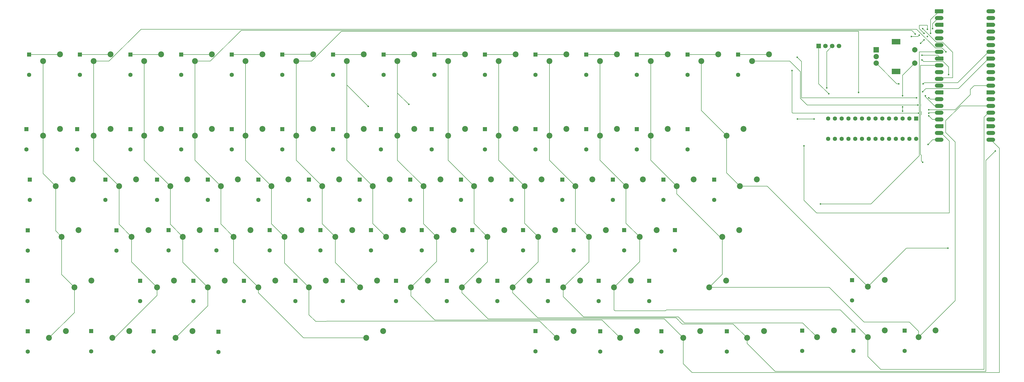
<source format=gbr>
%TF.GenerationSoftware,KiCad,Pcbnew,9.0.2*%
%TF.CreationDate,2025-06-29T16:27:35+05:30*%
%TF.ProjectId,Mechatron Schematic,4d656368-6174-4726-9f6e-20536368656d,rev?*%
%TF.SameCoordinates,Original*%
%TF.FileFunction,Copper,L1,Top*%
%TF.FilePolarity,Positive*%
%FSLAX46Y46*%
G04 Gerber Fmt 4.6, Leading zero omitted, Abs format (unit mm)*
G04 Created by KiCad (PCBNEW 9.0.2) date 2025-06-29 16:27:35*
%MOMM*%
%LPD*%
G01*
G04 APERTURE LIST*
G04 Aperture macros list*
%AMRoundRect*
0 Rectangle with rounded corners*
0 $1 Rounding radius*
0 $2 $3 $4 $5 $6 $7 $8 $9 X,Y pos of 4 corners*
0 Add a 4 corners polygon primitive as box body*
4,1,4,$2,$3,$4,$5,$6,$7,$8,$9,$2,$3,0*
0 Add four circle primitives for the rounded corners*
1,1,$1+$1,$2,$3*
1,1,$1+$1,$4,$5*
1,1,$1+$1,$6,$7*
1,1,$1+$1,$8,$9*
0 Add four rect primitives between the rounded corners*
20,1,$1+$1,$2,$3,$4,$5,0*
20,1,$1+$1,$4,$5,$6,$7,0*
20,1,$1+$1,$6,$7,$8,$9,0*
20,1,$1+$1,$8,$9,$2,$3,0*%
%AMFreePoly0*
4,1,37,0.800000,0.796148,0.878414,0.796148,1.032228,0.765552,1.177117,0.705537,1.307515,0.618408,1.418408,0.507515,1.505537,0.377117,1.565552,0.232228,1.596148,0.078414,1.596148,-0.078414,1.565552,-0.232228,1.505537,-0.377117,1.418408,-0.507515,1.307515,-0.618408,1.177117,-0.705537,1.032228,-0.765552,0.878414,-0.796148,0.800000,-0.796148,0.800000,-0.800000,-1.400000,-0.800000,
-1.403843,-0.796157,-1.439018,-0.796157,-1.511114,-0.766294,-1.566294,-0.711114,-1.596157,-0.639018,-1.596157,-0.603843,-1.600000,-0.600000,-1.600000,0.600000,-1.596157,0.603843,-1.596157,0.639018,-1.566294,0.711114,-1.511114,0.766294,-1.439018,0.796157,-1.403843,0.796157,-1.400000,0.800000,0.800000,0.800000,0.800000,0.796148,0.800000,0.796148,$1*%
%AMFreePoly1*
4,1,37,1.403843,0.796157,1.439018,0.796157,1.511114,0.766294,1.566294,0.711114,1.596157,0.639018,1.596157,0.603843,1.600000,0.600000,1.600000,-0.600000,1.596157,-0.603843,1.596157,-0.639018,1.566294,-0.711114,1.511114,-0.766294,1.439018,-0.796157,1.403843,-0.796157,1.400000,-0.800000,-0.800000,-0.800000,-0.800000,-0.796148,-0.878414,-0.796148,-1.032228,-0.765552,-1.177117,-0.705537,
-1.307515,-0.618408,-1.418408,-0.507515,-1.505537,-0.377117,-1.565552,-0.232228,-1.596148,-0.078414,-1.596148,0.078414,-1.565552,0.232228,-1.505537,0.377117,-1.418408,0.507515,-1.307515,0.618408,-1.177117,0.705537,-1.032228,0.765552,-0.878414,0.796148,-0.800000,0.796148,-0.800000,0.800000,1.400000,0.800000,1.403843,0.796157,1.403843,0.796157,$1*%
%AMFreePoly2*
4,1,37,0.603843,0.796157,0.639018,0.796157,0.711114,0.766294,0.766294,0.711114,0.796157,0.639018,0.796157,0.603843,0.800000,0.600000,0.800000,-0.600000,0.796157,-0.603843,0.796157,-0.639018,0.766294,-0.711114,0.711114,-0.766294,0.639018,-0.796157,0.603843,-0.796157,0.600000,-0.800000,0.000000,-0.800000,0.000000,-0.796148,-0.078414,-0.796148,-0.232228,-0.765552,-0.377117,-0.705537,
-0.507515,-0.618408,-0.618408,-0.507515,-0.705537,-0.377117,-0.765552,-0.232228,-0.796148,-0.078414,-0.796148,0.078414,-0.765552,0.232228,-0.705537,0.377117,-0.618408,0.507515,-0.507515,0.618408,-0.377117,0.705537,-0.232228,0.765552,-0.078414,0.796148,0.000000,0.796148,0.000000,0.800000,0.600000,0.800000,0.603843,0.796157,0.603843,0.796157,$1*%
%AMFreePoly3*
4,1,37,0.000000,0.796148,0.078414,0.796148,0.232228,0.765552,0.377117,0.705537,0.507515,0.618408,0.618408,0.507515,0.705537,0.377117,0.765552,0.232228,0.796148,0.078414,0.796148,-0.078414,0.765552,-0.232228,0.705537,-0.377117,0.618408,-0.507515,0.507515,-0.618408,0.377117,-0.705537,0.232228,-0.765552,0.078414,-0.796148,0.000000,-0.796148,0.000000,-0.800000,-0.600000,-0.800000,
-0.603843,-0.796157,-0.639018,-0.796157,-0.711114,-0.766294,-0.766294,-0.711114,-0.796157,-0.639018,-0.796157,-0.603843,-0.800000,-0.600000,-0.800000,0.600000,-0.796157,0.603843,-0.796157,0.639018,-0.766294,0.711114,-0.711114,0.766294,-0.639018,0.796157,-0.603843,0.796157,-0.600000,0.800000,0.000000,0.800000,0.000000,0.796148,0.000000,0.796148,$1*%
G04 Aperture macros list end*
%TA.AperFunction,ComponentPad*%
%ADD10C,2.200000*%
%TD*%
%TA.AperFunction,SMDPad,CuDef*%
%ADD11FreePoly0,0.000000*%
%TD*%
%TA.AperFunction,ComponentPad*%
%ADD12RoundRect,0.200000X-0.600000X-0.600000X0.600000X-0.600000X0.600000X0.600000X-0.600000X0.600000X0*%
%TD*%
%TA.AperFunction,SMDPad,CuDef*%
%ADD13RoundRect,0.800000X-0.800000X-0.000010X0.800000X-0.000010X0.800000X0.000010X-0.800000X0.000010X0*%
%TD*%
%TA.AperFunction,ComponentPad*%
%ADD14C,1.600000*%
%TD*%
%TA.AperFunction,SMDPad,CuDef*%
%ADD15FreePoly1,0.000000*%
%TD*%
%TA.AperFunction,ComponentPad*%
%ADD16FreePoly2,0.000000*%
%TD*%
%TA.AperFunction,ComponentPad*%
%ADD17FreePoly3,0.000000*%
%TD*%
%TA.AperFunction,ComponentPad*%
%ADD18RoundRect,0.250000X-0.550000X0.550000X-0.550000X-0.550000X0.550000X-0.550000X0.550000X0.550000X0*%
%TD*%
%TA.AperFunction,ComponentPad*%
%ADD19R,2.000000X2.000000*%
%TD*%
%TA.AperFunction,ComponentPad*%
%ADD20C,2.000000*%
%TD*%
%TA.AperFunction,ComponentPad*%
%ADD21R,3.200000X2.000000*%
%TD*%
%TA.AperFunction,ComponentPad*%
%ADD22R,1.700000X1.700000*%
%TD*%
%TA.AperFunction,ComponentPad*%
%ADD23C,1.700000*%
%TD*%
%TA.AperFunction,ViaPad*%
%ADD24C,0.600000*%
%TD*%
%TA.AperFunction,Conductor*%
%ADD25C,0.200000*%
%TD*%
G04 APERTURE END LIST*
D10*
%TO.P,SW34,1,1*%
%TO.N,Net-(D34-K)*%
X208290000Y-211920000D03*
%TO.P,SW34,2,2*%
%TO.N,COL4*%
X201940000Y-214460000D03*
%TD*%
%TO.P,SW47,1,1*%
%TO.N,Net-(D47-K)*%
X194060000Y-230920000D03*
%TO.P,SW47,2,2*%
%TO.N,COL3*%
X187710000Y-233460000D03*
%TD*%
%TO.P,SW6,1,1*%
%TO.N,Net-(D6-K)*%
X217540000Y-164920000D03*
%TO.P,SW6,2,2*%
%TO.N,COL5*%
X211190000Y-167460000D03*
%TD*%
%TO.P,SW57,1,1*%
%TO.N,Net-(D57-K)*%
X134340000Y-249920000D03*
%TO.P,SW57,2,2*%
%TO.N,COL0*%
X127990000Y-252460000D03*
%TD*%
%TO.P,SW80,1,1*%
%TO.N,Net-(D80-K)*%
X451040000Y-268670000D03*
%TO.P,SW80,2,2*%
%TO.N,COL12*%
X444690000Y-271210000D03*
%TD*%
%TO.P,SW21,1,1*%
%TO.N,Net-(D21-K)*%
X217540000Y-192920000D03*
%TO.P,SW21,2,2*%
%TO.N,COL5*%
X211190000Y-195460000D03*
%TD*%
%TO.P,SW56,1,1*%
%TO.N,Net-(D56-K)*%
X377440000Y-230962500D03*
%TO.P,SW56,2,2*%
%TO.N,COL12*%
X371090000Y-233502500D03*
%TD*%
%TO.P,SW10,1,1*%
%TO.N,Net-(D10-K)*%
X293540000Y-164920000D03*
%TO.P,SW10,2,2*%
%TO.N,COL9*%
X287190000Y-167460000D03*
%TD*%
%TO.P,SW18,1,1*%
%TO.N,Net-(D18-K)*%
X160540000Y-192920000D03*
%TO.P,SW18,2,2*%
%TO.N,COL2*%
X154190000Y-195460000D03*
%TD*%
%TO.P,SW63,1,1*%
%TO.N,Net-(D63-K)*%
X260540000Y-249927500D03*
%TO.P,SW63,2,2*%
%TO.N,COL7*%
X254190000Y-252467500D03*
%TD*%
%TO.P,SW58,1,1*%
%TO.N,Net-(D58-K)*%
X165340000Y-249920000D03*
%TO.P,SW58,2,2*%
%TO.N,COL1*%
X158990000Y-252460000D03*
%TD*%
%TO.P,SW44,1,1*%
%TO.N,Net-(D44-K)*%
X129540000Y-230920000D03*
%TO.P,SW44,2,2*%
%TO.N,COL0*%
X123190000Y-233460000D03*
%TD*%
%TO.P,SW4,1,1*%
%TO.N,Net-(D4-K)*%
X179540000Y-164920000D03*
%TO.P,SW4,2,2*%
%TO.N,COL3*%
X173190000Y-167460000D03*
%TD*%
%TO.P,SW78,1,1*%
%TO.N,Net-(D78-K)*%
X412960000Y-268670000D03*
%TO.P,SW78,2,2*%
%TO.N,COL10*%
X406610000Y-271210000D03*
%TD*%
%TO.P,SW52,1,1*%
%TO.N,Net-(D52-K)*%
X289300000Y-230920000D03*
%TO.P,SW52,2,2*%
%TO.N,COL8*%
X282950000Y-233460000D03*
%TD*%
%TO.P,SW42,1,1*%
%TO.N,Net-(D42-K)*%
X360290000Y-211920000D03*
%TO.P,SW42,2,2*%
%TO.N,COL12*%
X353940000Y-214460000D03*
%TD*%
%TO.P,SW5,1,1*%
%TO.N,Net-(D5-K)*%
X198540000Y-164920000D03*
%TO.P,SW5,2,2*%
%TO.N,COL4*%
X192190000Y-167460000D03*
%TD*%
%TO.P,SW38,1,1*%
%TO.N,Net-(D38-K)*%
X284290000Y-211920000D03*
%TO.P,SW38,2,2*%
%TO.N,COL8*%
X277940000Y-214460000D03*
%TD*%
%TO.P,SW73,1,1*%
%TO.N,Net-(D73-K)*%
X243790000Y-268920000D03*
%TO.P,SW73,2,2*%
%TO.N,COL3*%
X237440000Y-271460000D03*
%TD*%
%TO.P,SW66,1,1*%
%TO.N,Net-(D66-K)*%
X317740000Y-249927500D03*
%TO.P,SW66,2,2*%
%TO.N,COL10*%
X311390000Y-252467500D03*
%TD*%
%TO.P,SW25,1,1*%
%TO.N,Net-(D25-K)*%
X293540000Y-192920000D03*
%TO.P,SW25,2,2*%
%TO.N,COL9*%
X287190000Y-195460000D03*
%TD*%
%TO.P,SW8,1,1*%
%TO.N,Net-(D8-K)*%
X255540000Y-164920000D03*
%TO.P,SW8,2,2*%
%TO.N,COL7*%
X249190000Y-167460000D03*
%TD*%
%TO.P,SW26,1,1*%
%TO.N,Net-(D26-K)*%
X312540000Y-192920000D03*
%TO.P,SW26,2,2*%
%TO.N,COL10*%
X306190000Y-195460000D03*
%TD*%
%TO.P,SW46,1,1*%
%TO.N,Net-(D46-K)*%
X174960000Y-230920000D03*
%TO.P,SW46,2,2*%
%TO.N,COL2*%
X168610000Y-233460000D03*
%TD*%
%TO.P,SW53,1,1*%
%TO.N,Net-(D53-K)*%
X308350000Y-230970000D03*
%TO.P,SW53,2,2*%
%TO.N,COL9*%
X302000000Y-233510000D03*
%TD*%
%TO.P,SW16,1,1*%
%TO.N,Net-(D16-K)*%
X122540000Y-192920000D03*
%TO.P,SW16,2,2*%
%TO.N,COL0*%
X116190000Y-195460000D03*
%TD*%
D11*
%TO.P,A1,1,GPIO0*%
%TO.N,Net-(A1-GPIO0)*%
X452420000Y-148740000D03*
D12*
X453220000Y-148740000D03*
D13*
%TO.P,A1,2,GPIO1*%
%TO.N,Net-(A1-GPIO1)*%
X452420000Y-151280000D03*
D14*
X453220000Y-151280000D03*
D15*
%TO.P,A1,3,GND*%
%TO.N,/GND*%
X452420000Y-153820000D03*
D16*
X453220000Y-153820000D03*
D13*
%TO.P,A1,4,GPIO2*%
%TO.N,ROW0*%
X452420000Y-156360000D03*
D14*
X453220000Y-156360000D03*
D13*
%TO.P,A1,5,GPIO3*%
%TO.N,ROW1*%
X452420000Y-158900000D03*
D14*
X453220000Y-158900000D03*
D13*
%TO.P,A1,6,GPIO4*%
%TO.N,ROW2*%
X452420000Y-161440000D03*
D14*
X453220000Y-161440000D03*
D13*
%TO.P,A1,7,GPIO5*%
%TO.N,ROW3*%
X452420000Y-163980000D03*
D14*
X453220000Y-163980000D03*
D15*
%TO.P,A1,8,GND*%
%TO.N,/GND*%
X452420000Y-166520000D03*
D16*
X453220000Y-166520000D03*
D13*
%TO.P,A1,9,GPIO6*%
%TO.N,ROW4*%
X452420000Y-169060000D03*
D14*
X453220000Y-169060000D03*
D13*
%TO.P,A1,10,GPIO7*%
%TO.N,ROW5*%
X452420000Y-171600000D03*
D14*
X453220000Y-171600000D03*
D13*
%TO.P,A1,11,GPIO8*%
%TO.N,COL0*%
X452420000Y-174140000D03*
D14*
X453220000Y-174140000D03*
D13*
%TO.P,A1,12,GPIO9*%
%TO.N,COL1*%
X452420000Y-176680000D03*
D14*
X453220000Y-176680000D03*
D15*
%TO.P,A1,13,GND*%
%TO.N,/GND*%
X452420000Y-179220000D03*
D16*
X453220000Y-179220000D03*
D13*
%TO.P,A1,14,GPIO10*%
%TO.N,COL2*%
X452420000Y-181760000D03*
D14*
X453220000Y-181760000D03*
D13*
%TO.P,A1,15,GPIO11*%
%TO.N,COL3*%
X452420000Y-184300000D03*
D14*
X453220000Y-184300000D03*
D13*
%TO.P,A1,16,GPIO12*%
%TO.N,COL4*%
X452420000Y-186840000D03*
D14*
X453220000Y-186840000D03*
D13*
%TO.P,A1,17,GPIO13*%
%TO.N,COL5*%
X452420000Y-189380000D03*
D14*
X453220000Y-189380000D03*
D15*
%TO.P,A1,18,GND*%
%TO.N,/GND*%
X452420000Y-191920000D03*
D16*
X453220000Y-191920000D03*
D13*
%TO.P,A1,19,GPIO14*%
%TO.N,COL6*%
X452420000Y-194460000D03*
D14*
X453220000Y-194460000D03*
D13*
%TO.P,A1,20,GPIO15*%
%TO.N,COL7*%
X452420000Y-197000000D03*
D14*
X453220000Y-197000000D03*
%TO.P,A1,21,GPIO16*%
%TO.N,COL8*%
X471000000Y-197000000D03*
D13*
X471800000Y-197000000D03*
D14*
%TO.P,A1,22,GPIO17*%
%TO.N,COL9*%
X471000000Y-194460000D03*
D13*
X471800000Y-194460000D03*
D17*
%TO.P,A1,23,GND*%
%TO.N,/GND*%
X471000000Y-191920000D03*
D11*
X471800000Y-191920000D03*
D14*
%TO.P,A1,24,GPIO18*%
%TO.N,COL10*%
X471000000Y-189380000D03*
D13*
X471800000Y-189380000D03*
D14*
%TO.P,A1,25,GPIO19*%
%TO.N,COL11*%
X471000000Y-186840000D03*
D13*
X471800000Y-186840000D03*
D14*
%TO.P,A1,26,GPIO20*%
%TO.N,COL12*%
X471000000Y-184300000D03*
D13*
X471800000Y-184300000D03*
D14*
%TO.P,A1,27,GPIO21*%
%TO.N,COL13*%
X471000000Y-181760000D03*
D13*
X471800000Y-181760000D03*
D17*
%TO.P,A1,28,GND*%
%TO.N,/GND*%
X471000000Y-179220000D03*
D11*
X471800000Y-179220000D03*
D14*
%TO.P,A1,29,GPIO22*%
%TO.N,COL14*%
X471000000Y-176680000D03*
D13*
X471800000Y-176680000D03*
D14*
%TO.P,A1,30,RUN*%
%TO.N,unconnected-(A1-RUN-Pad30)*%
X471000000Y-174140000D03*
D13*
X471800000Y-174140000D03*
D14*
%TO.P,A1,31,GPIO26_ADC0*%
%TO.N,unconnected-(A1-GPIO26_ADC0-Pad31)*%
X471000000Y-171600000D03*
D13*
X471800000Y-171600000D03*
D14*
%TO.P,A1,32,GPIO27_ADC1*%
%TO.N,ENC_A*%
X471000000Y-169060000D03*
D13*
X471800000Y-169060000D03*
D17*
%TO.P,A1,33,AGND*%
%TO.N,Net-(A1-AGND)*%
X471000000Y-166520000D03*
D11*
X471800000Y-166520000D03*
D14*
%TO.P,A1,34,GPIO28_ADC2*%
%TO.N,ENC_B*%
X471000000Y-163980000D03*
D13*
X471800000Y-163980000D03*
D14*
%TO.P,A1,35,ADC_VREF*%
%TO.N,Net-(A1-ADC_VREF)*%
X471000000Y-161440000D03*
D13*
X471800000Y-161440000D03*
D14*
%TO.P,A1,36,3V3*%
%TO.N,unconnected-(A1-3V3-Pad36)*%
X471000000Y-158900000D03*
D13*
X471800000Y-158900000D03*
D14*
%TO.P,A1,37,3V3_EN*%
%TO.N,/GND*%
X471000000Y-156360000D03*
D13*
X471800000Y-156360000D03*
D17*
%TO.P,A1,38,GND*%
X471000000Y-153820000D03*
D11*
X471800000Y-153820000D03*
D14*
%TO.P,A1,39,VSYS*%
X471000000Y-151280000D03*
D13*
X471800000Y-151280000D03*
D14*
%TO.P,A1,40,VBUS*%
X471000000Y-148740000D03*
D13*
X471800000Y-148740000D03*
%TD*%
D10*
%TO.P,SW51,1,1*%
%TO.N,Net-(D51-K)*%
X270260000Y-230970000D03*
%TO.P,SW51,2,2*%
%TO.N,COL7*%
X263910000Y-233510000D03*
%TD*%
%TO.P,SW31,1,1*%
%TO.N,Net-(D31-K)*%
X151120000Y-211920000D03*
%TO.P,SW31,2,2*%
%TO.N,COL1*%
X144770000Y-214460000D03*
%TD*%
%TO.P,SW33,1,1*%
%TO.N,Net-(D33-K)*%
X189290000Y-211920000D03*
%TO.P,SW33,2,2*%
%TO.N,COL3*%
X182940000Y-214460000D03*
%TD*%
%TO.P,SW2,1,1*%
%TO.N,Net-(D2-K)*%
X141540000Y-164920000D03*
%TO.P,SW2,2,2*%
%TO.N,COL1*%
X135190000Y-167460000D03*
%TD*%
%TO.P,SW9,1,1*%
%TO.N,Net-(D9-K)*%
X274540000Y-164920000D03*
%TO.P,SW9,2,2*%
%TO.N,COL8*%
X268190000Y-167460000D03*
%TD*%
%TO.P,SW79,1,1*%
%TO.N,Net-(D79-K)*%
X432040000Y-268670000D03*
%TO.P,SW79,2,2*%
%TO.N,COL11*%
X425690000Y-271210000D03*
%TD*%
%TO.P,SW45,1,1*%
%TO.N,Net-(D45-K)*%
X155790000Y-230920000D03*
%TO.P,SW45,2,2*%
%TO.N,COL1*%
X149440000Y-233460000D03*
%TD*%
%TO.P,SW48,1,1*%
%TO.N,Net-(D48-K)*%
X213160000Y-230920000D03*
%TO.P,SW48,2,2*%
%TO.N,COL4*%
X206810000Y-233460000D03*
%TD*%
%TO.P,SW54,1,1*%
%TO.N,Net-(D54-K)*%
X327360000Y-230970000D03*
%TO.P,SW54,2,2*%
%TO.N,COL10*%
X321010000Y-233510000D03*
%TD*%
%TO.P,SW41,1,1*%
%TO.N,Net-(D41-K)*%
X341290000Y-211920000D03*
%TO.P,SW41,2,2*%
%TO.N,COL11*%
X334940000Y-214460000D03*
%TD*%
%TO.P,SW76,1,1*%
%TO.N,Net-(D76-K)*%
X362790000Y-268920000D03*
%TO.P,SW76,2,2*%
%TO.N,COL8*%
X356440000Y-271460000D03*
%TD*%
%TO.P,SW49,1,1*%
%TO.N,Net-(D49-K)*%
X232210000Y-230970000D03*
%TO.P,SW49,2,2*%
%TO.N,COL5*%
X225860000Y-233510000D03*
%TD*%
%TO.P,SW67,1,1*%
%TO.N,Net-(D67-K)*%
X336740000Y-249927500D03*
%TO.P,SW67,2,2*%
%TO.N,COL11*%
X330390000Y-252467500D03*
%TD*%
%TO.P,SW55,1,1*%
%TO.N,Net-(D55-K)*%
X346430000Y-230970000D03*
%TO.P,SW55,2,2*%
%TO.N,COL11*%
X340080000Y-233510000D03*
%TD*%
%TO.P,SW74,1,1*%
%TO.N,Net-(D74-K)*%
X315290000Y-268920000D03*
%TO.P,SW74,2,2*%
%TO.N,COL4*%
X308940000Y-271460000D03*
%TD*%
%TO.P,SW70,1,1*%
%TO.N,Net-(D70-K)*%
X124790000Y-268920000D03*
%TO.P,SW70,2,2*%
%TO.N,COL0*%
X118440000Y-271460000D03*
%TD*%
%TO.P,SW60,1,1*%
%TO.N,Net-(D60-K)*%
X203340000Y-249920000D03*
%TO.P,SW60,2,2*%
%TO.N,COL3*%
X196990000Y-252460000D03*
%TD*%
%TO.P,SW75,1,1*%
%TO.N,Net-(D75-K)*%
X339040000Y-268920000D03*
%TO.P,SW75,2,2*%
%TO.N,COL7*%
X332690000Y-271460000D03*
%TD*%
%TO.P,SW23,1,1*%
%TO.N,Net-(D23-K)*%
X255540000Y-192920000D03*
%TO.P,SW23,2,2*%
%TO.N,COL7*%
X249190000Y-195460000D03*
%TD*%
D18*
%TO.P,U1,1,GPB0*%
%TO.N,unconnected-(U1-GPB0-Pad1)*%
X443780000Y-189050000D03*
D14*
%TO.P,U1,2,GPB1*%
%TO.N,unconnected-(U1-GPB1-Pad2)*%
X441240000Y-189050000D03*
%TO.P,U1,3,GPB2*%
%TO.N,ENC_SW*%
X438700000Y-189050000D03*
%TO.P,U1,4,GPB3*%
%TO.N,unconnected-(U1-GPB3-Pad4)*%
X436160000Y-189050000D03*
%TO.P,U1,5,GPB4*%
%TO.N,unconnected-(U1-GPB4-Pad5)*%
X433620000Y-189050000D03*
%TO.P,U1,6,GPB5*%
%TO.N,unconnected-(U1-GPB5-Pad6)*%
X431080000Y-189050000D03*
%TO.P,U1,7,GPB6*%
%TO.N,unconnected-(U1-GPB6-Pad7)*%
X428540000Y-189050000D03*
%TO.P,U1,8,GPB7*%
%TO.N,unconnected-(U1-GPB7-Pad8)*%
X426000000Y-189050000D03*
%TO.P,U1,9,VDD*%
%TO.N,/GND*%
X423460000Y-189050000D03*
%TO.P,U1,10,VSS*%
X420920000Y-189050000D03*
%TO.P,U1,11,NC*%
%TO.N,unconnected-(U1-NC-Pad11)*%
X418380000Y-189050000D03*
%TO.P,U1,12,SCK*%
%TO.N,Net-(A1-GPIO1)*%
X415840000Y-189050000D03*
%TO.P,U1,13,SDA*%
%TO.N,Net-(A1-GPIO0)*%
X413300000Y-189050000D03*
%TO.P,U1,14,NC*%
%TO.N,unconnected-(U1-NC-Pad14)*%
X410760000Y-189050000D03*
%TO.P,U1,15,A0*%
%TO.N,/GND*%
X410760000Y-196670000D03*
%TO.P,U1,16,A1*%
X413300000Y-196670000D03*
%TO.P,U1,17,A2*%
X415840000Y-196670000D03*
%TO.P,U1,18,~{RESET}*%
%TO.N,unconnected-(U1-~{RESET}-Pad18)*%
X418380000Y-196670000D03*
%TO.P,U1,19,INTB*%
%TO.N,unconnected-(U1-INTB-Pad19)*%
X420920000Y-196670000D03*
%TO.P,U1,20,INTA*%
%TO.N,unconnected-(U1-INTA-Pad20)*%
X423460000Y-196670000D03*
%TO.P,U1,21,GPA0*%
%TO.N,unconnected-(U1-GPA0-Pad21)*%
X426000000Y-196670000D03*
%TO.P,U1,22,GPA1*%
%TO.N,unconnected-(U1-GPA1-Pad22)*%
X428540000Y-196670000D03*
%TO.P,U1,23,GPA2*%
%TO.N,unconnected-(U1-GPA2-Pad23)*%
X431080000Y-196670000D03*
%TO.P,U1,24,GPA3*%
%TO.N,unconnected-(U1-GPA3-Pad24)*%
X433620000Y-196670000D03*
%TO.P,U1,25,GPA4*%
%TO.N,unconnected-(U1-GPA4-Pad25)*%
X436160000Y-196670000D03*
%TO.P,U1,26,GPA5*%
%TO.N,unconnected-(U1-GPA5-Pad26)*%
X438700000Y-196670000D03*
%TO.P,U1,27,GPA6*%
%TO.N,unconnected-(U1-GPA6-Pad27)*%
X441240000Y-196670000D03*
%TO.P,U1,28,GPA7*%
%TO.N,unconnected-(U1-GPA7-Pad28)*%
X443780000Y-196670000D03*
%TD*%
D10*
%TO.P,SW68,1,1*%
%TO.N,Net-(D68-K)*%
X372540000Y-249920000D03*
%TO.P,SW68,2,2*%
%TO.N,COL12*%
X366190000Y-252460000D03*
%TD*%
%TO.P,SW50,1,1*%
%TO.N,Net-(D50-K)*%
X251260000Y-230920000D03*
%TO.P,SW50,2,2*%
%TO.N,COL6*%
X244910000Y-233460000D03*
%TD*%
%TO.P,SW72,1,1*%
%TO.N,Net-(D72-K)*%
X172290000Y-268920000D03*
%TO.P,SW72,2,2*%
%TO.N,COL2*%
X165940000Y-271460000D03*
%TD*%
%TO.P,SW65,1,1*%
%TO.N,Net-(D65-K)*%
X298740000Y-249920000D03*
%TO.P,SW65,2,2*%
%TO.N,COL9*%
X292390000Y-252460000D03*
%TD*%
%TO.P,SW37,1,1*%
%TO.N,Net-(D37-K)*%
X265290000Y-211920000D03*
%TO.P,SW37,2,2*%
%TO.N,COL7*%
X258940000Y-214460000D03*
%TD*%
%TO.P,SW30,1,1*%
%TO.N,Net-(D30-K)*%
X127290000Y-211920000D03*
%TO.P,SW30,2,2*%
%TO.N,COL0*%
X120940000Y-214460000D03*
%TD*%
%TO.P,SW27,1,1*%
%TO.N,Net-(D27-K)*%
X331540000Y-192920000D03*
%TO.P,SW27,2,2*%
%TO.N,COL11*%
X325190000Y-195460000D03*
%TD*%
%TO.P,SW62,1,1*%
%TO.N,Net-(D62-K)*%
X241540000Y-249920000D03*
%TO.P,SW62,2,2*%
%TO.N,COL5*%
X235190000Y-252460000D03*
%TD*%
%TO.P,SW32,1,1*%
%TO.N,Net-(D32-K)*%
X170290000Y-211920000D03*
%TO.P,SW32,2,2*%
%TO.N,COL2*%
X163940000Y-214460000D03*
%TD*%
%TO.P,SW61,1,1*%
%TO.N,Net-(D61-K)*%
X222340000Y-249920000D03*
%TO.P,SW61,2,2*%
%TO.N,COL4*%
X215990000Y-252460000D03*
%TD*%
%TO.P,SW43,1,1*%
%TO.N,Net-(D43-K)*%
X384040000Y-211920000D03*
%TO.P,SW43,2,2*%
%TO.N,COL13*%
X377690000Y-214460000D03*
%TD*%
%TO.P,SW17,1,1*%
%TO.N,Net-(D17-K)*%
X141540000Y-192920000D03*
%TO.P,SW17,2,2*%
%TO.N,COL1*%
X135190000Y-195460000D03*
%TD*%
D19*
%TO.P,SW91,A,A*%
%TO.N,ENC_A*%
X428800000Y-163250000D03*
D20*
%TO.P,SW91,B,B*%
%TO.N,ENC_B*%
X428800000Y-168250000D03*
%TO.P,SW91,C,C*%
%TO.N,Net-(A1-AGND)*%
X428800000Y-165750000D03*
D21*
%TO.P,SW91,MP*%
%TO.N,N/C*%
X436300000Y-160150000D03*
X436300000Y-171350000D03*
D20*
%TO.P,SW91,S1,S1*%
%TO.N,ENC_SW*%
X443300000Y-168250000D03*
%TO.P,SW91,S2,S2*%
%TO.N,/GND*%
X443300000Y-163250000D03*
%TD*%
D10*
%TO.P,SW64,1,1*%
%TO.N,Net-(D64-K)*%
X279740000Y-249927500D03*
%TO.P,SW64,2,2*%
%TO.N,COL8*%
X273390000Y-252467500D03*
%TD*%
%TO.P,SW28,1,1*%
%TO.N,Net-(D28-K)*%
X350540000Y-192920000D03*
%TO.P,SW28,2,2*%
%TO.N,COL12*%
X344190000Y-195460000D03*
%TD*%
%TO.P,SW40,1,1*%
%TO.N,Net-(D40-K)*%
X322290000Y-211920000D03*
%TO.P,SW40,2,2*%
%TO.N,COL10*%
X315940000Y-214460000D03*
%TD*%
%TO.P,SW22,1,1*%
%TO.N,Net-(D22-K)*%
X236540000Y-192920000D03*
%TO.P,SW22,2,2*%
%TO.N,COL6*%
X230190000Y-195460000D03*
%TD*%
%TO.P,SW39,1,1*%
%TO.N,Net-(D39-K)*%
X303290000Y-211920000D03*
%TO.P,SW39,2,2*%
%TO.N,COL9*%
X296940000Y-214460000D03*
%TD*%
%TO.P,SW15,1,1*%
%TO.N,Net-(D15-K)*%
X388620000Y-164920000D03*
%TO.P,SW15,2,2*%
%TO.N,COL14*%
X382270000Y-167460000D03*
%TD*%
%TO.P,SW12,1,1*%
%TO.N,Net-(D12-K)*%
X331540000Y-164920000D03*
%TO.P,SW12,2,2*%
%TO.N,COL11*%
X325190000Y-167460000D03*
%TD*%
%TO.P,SW3,1,1*%
%TO.N,Net-(D3-K)*%
X160540000Y-164920000D03*
%TO.P,SW3,2,2*%
%TO.N,COL2*%
X154190000Y-167460000D03*
%TD*%
%TO.P,SW1,1,1*%
%TO.N,Net-(D1-K)*%
X122540000Y-164920000D03*
%TO.P,SW1,2,2*%
%TO.N,COL0*%
X116190000Y-167460000D03*
%TD*%
D22*
%TO.P,J1,1,Pin_1*%
%TO.N,/GND*%
X407240000Y-161800000D03*
D23*
%TO.P,J1,2,Pin_2*%
%TO.N,Net-(A1-AGND)*%
X409780000Y-161800000D03*
%TO.P,J1,3,Pin_3*%
%TO.N,Net-(A1-GPIO0)*%
X412320000Y-161800000D03*
%TO.P,J1,4,Pin_4*%
%TO.N,Net-(A1-GPIO1)*%
X414860000Y-161800000D03*
%TD*%
D10*
%TO.P,SW24,1,1*%
%TO.N,Net-(D24-K)*%
X274540000Y-192920000D03*
%TO.P,SW24,2,2*%
%TO.N,COL8*%
X268190000Y-195460000D03*
%TD*%
%TO.P,SW20,1,1*%
%TO.N,Net-(D20-K)*%
X198540000Y-192920000D03*
%TO.P,SW20,2,2*%
%TO.N,COL4*%
X192190000Y-195460000D03*
%TD*%
%TO.P,SW69,1,1*%
%TO.N,Net-(D69-K)*%
X432040000Y-249670000D03*
%TO.P,SW69,2,2*%
%TO.N,COL13*%
X425690000Y-252210000D03*
%TD*%
%TO.P,SW71,1,1*%
%TO.N,Net-(D71-K)*%
X148540000Y-268920000D03*
%TO.P,SW71,2,2*%
%TO.N,COL1*%
X142190000Y-271460000D03*
%TD*%
%TO.P,SW19,1,1*%
%TO.N,Net-(D19-K)*%
X179540000Y-192920000D03*
%TO.P,SW19,2,2*%
%TO.N,COL3*%
X173190000Y-195460000D03*
%TD*%
%TO.P,SW13,1,1*%
%TO.N,Net-(D13-K)*%
X350540000Y-164920000D03*
%TO.P,SW13,2,2*%
%TO.N,COL12*%
X344190000Y-167460000D03*
%TD*%
%TO.P,SW35,1,1*%
%TO.N,Net-(D35-K)*%
X227290000Y-211920000D03*
%TO.P,SW35,2,2*%
%TO.N,COL5*%
X220940000Y-214460000D03*
%TD*%
%TO.P,SW77,1,1*%
%TO.N,Net-(D77-K)*%
X386710000Y-268920000D03*
%TO.P,SW77,2,2*%
%TO.N,COL9*%
X380360000Y-271460000D03*
%TD*%
%TO.P,SW29,1,1*%
%TO.N,Net-(D29-K)*%
X379040000Y-192920000D03*
%TO.P,SW29,2,2*%
%TO.N,COL13*%
X372690000Y-195460000D03*
%TD*%
%TO.P,SW59,1,1*%
%TO.N,Net-(D59-K)*%
X184340000Y-249920000D03*
%TO.P,SW59,2,2*%
%TO.N,COL2*%
X177990000Y-252460000D03*
%TD*%
%TO.P,SW7,1,1*%
%TO.N,Net-(D7-K)*%
X236540000Y-164920000D03*
%TO.P,SW7,2,2*%
%TO.N,COL6*%
X230190000Y-167460000D03*
%TD*%
%TO.P,SW11,1,1*%
%TO.N,Net-(D11-K)*%
X312540000Y-164920000D03*
%TO.P,SW11,2,2*%
%TO.N,COL10*%
X306190000Y-167460000D03*
%TD*%
%TO.P,SW36,1,1*%
%TO.N,Net-(D36-K)*%
X246290000Y-211920000D03*
%TO.P,SW36,2,2*%
%TO.N,COL6*%
X239940000Y-214460000D03*
%TD*%
%TO.P,SW14,1,1*%
%TO.N,Net-(D14-K)*%
X369540000Y-164920000D03*
%TO.P,SW14,2,2*%
%TO.N,COL13*%
X363190000Y-167460000D03*
%TD*%
D18*
%TO.P,D46,1,K*%
%TO.N,Net-(D46-K)*%
X163320000Y-230950000D03*
D14*
%TO.P,D46,2,A*%
%TO.N,ROW3*%
X163320000Y-238570000D03*
%TD*%
D18*
%TO.P,D45,1,K*%
%TO.N,Net-(D45-K)*%
X143750000Y-231000000D03*
D14*
%TO.P,D45,2,A*%
%TO.N,ROW3*%
X143750000Y-238620000D03*
%TD*%
D18*
%TO.P,D29,1,K*%
%TO.N,Net-(D29-K)*%
X358000000Y-193000000D03*
D14*
%TO.P,D29,2,A*%
%TO.N,ROW1*%
X358000000Y-200620000D03*
%TD*%
D18*
%TO.P,D41,1,K*%
%TO.N,Net-(D41-K)*%
X330000000Y-212000000D03*
D14*
%TO.P,D41,2,A*%
%TO.N,ROW2*%
X330000000Y-219620000D03*
%TD*%
D18*
%TO.P,D6,1,K*%
%TO.N,Net-(D6-K)*%
X206000000Y-165000000D03*
D14*
%TO.P,D6,2,A*%
%TO.N,ROW0*%
X206000000Y-172620000D03*
%TD*%
D18*
%TO.P,D35,1,K*%
%TO.N,Net-(D35-K)*%
X216000000Y-212000000D03*
D14*
%TO.P,D35,2,A*%
%TO.N,ROW2*%
X216000000Y-219620000D03*
%TD*%
D18*
%TO.P,D30,1,K*%
%TO.N,Net-(D30-K)*%
X111250000Y-212000000D03*
D14*
%TO.P,D30,2,A*%
%TO.N,ROW2*%
X111250000Y-219620000D03*
%TD*%
D18*
%TO.P,D2,1,K*%
%TO.N,Net-(D2-K)*%
X130000000Y-165000000D03*
D14*
%TO.P,D2,2,A*%
%TO.N,ROW0*%
X130000000Y-172620000D03*
%TD*%
D18*
%TO.P,D3,1,K*%
%TO.N,Net-(D3-K)*%
X149000000Y-165000000D03*
D14*
%TO.P,D3,2,A*%
%TO.N,ROW0*%
X149000000Y-172620000D03*
%TD*%
D18*
%TO.P,D69,1,K*%
%TO.N,Net-(D69-K)*%
X419750000Y-249750000D03*
D14*
%TO.P,D69,2,A*%
%TO.N,ROW4*%
X419750000Y-257370000D03*
%TD*%
D18*
%TO.P,D32,1,K*%
%TO.N,Net-(D32-K)*%
X159000000Y-212000000D03*
D14*
%TO.P,D32,2,A*%
%TO.N,ROW2*%
X159000000Y-219620000D03*
%TD*%
D18*
%TO.P,D38,1,K*%
%TO.N,Net-(D38-K)*%
X273000000Y-212000000D03*
D14*
%TO.P,D38,2,A*%
%TO.N,ROW2*%
X273000000Y-219620000D03*
%TD*%
D18*
%TO.P,D26,1,K*%
%TO.N,Net-(D26-K)*%
X301000000Y-193000000D03*
D14*
%TO.P,D26,2,A*%
%TO.N,ROW1*%
X301000000Y-200620000D03*
%TD*%
D18*
%TO.P,D37,1,K*%
%TO.N,Net-(D37-K)*%
X254000000Y-212000000D03*
D14*
%TO.P,D37,2,A*%
%TO.N,ROW2*%
X254000000Y-219620000D03*
%TD*%
D18*
%TO.P,D21,1,K*%
%TO.N,Net-(D21-K)*%
X206000000Y-193000000D03*
D14*
%TO.P,D21,2,A*%
%TO.N,ROW1*%
X206000000Y-200620000D03*
%TD*%
D18*
%TO.P,D61,1,K*%
%TO.N,Net-(D61-K)*%
X210900000Y-249965000D03*
D14*
%TO.P,D61,2,A*%
%TO.N,ROW4*%
X210900000Y-257585000D03*
%TD*%
D18*
%TO.P,D4,1,K*%
%TO.N,Net-(D4-K)*%
X168000000Y-165000000D03*
D14*
%TO.P,D4,2,A*%
%TO.N,ROW0*%
X168000000Y-172620000D03*
%TD*%
D18*
%TO.P,D22,1,K*%
%TO.N,Net-(D22-K)*%
X225000000Y-193000000D03*
D14*
%TO.P,D22,2,A*%
%TO.N,ROW1*%
X225000000Y-200620000D03*
%TD*%
D18*
%TO.P,D17,1,K*%
%TO.N,Net-(D17-K)*%
X129000000Y-193000000D03*
D14*
%TO.P,D17,2,A*%
%TO.N,ROW1*%
X129000000Y-200620000D03*
%TD*%
D18*
%TO.P,D36,1,K*%
%TO.N,Net-(D36-K)*%
X235000000Y-212000000D03*
D14*
%TO.P,D36,2,A*%
%TO.N,ROW2*%
X235000000Y-219620000D03*
%TD*%
D18*
%TO.P,D74,1,K*%
%TO.N,Net-(D74-K)*%
X300960000Y-268920000D03*
D14*
%TO.P,D74,2,A*%
%TO.N,ROW5*%
X300960000Y-276540000D03*
%TD*%
D18*
%TO.P,D15,1,K*%
%TO.N,Net-(D15-K)*%
X377000000Y-165000000D03*
D14*
%TO.P,D15,2,A*%
%TO.N,ROW0*%
X377000000Y-172620000D03*
%TD*%
D18*
%TO.P,D8,1,K*%
%TO.N,Net-(D8-K)*%
X244000000Y-165000000D03*
D14*
%TO.P,D8,2,A*%
%TO.N,ROW0*%
X244000000Y-172620000D03*
%TD*%
D18*
%TO.P,D12,1,K*%
%TO.N,Net-(D12-K)*%
X320000000Y-165000000D03*
D14*
%TO.P,D12,2,A*%
%TO.N,ROW0*%
X320000000Y-172620000D03*
%TD*%
D18*
%TO.P,D78,1,K*%
%TO.N,Net-(D78-K)*%
X401000000Y-268750000D03*
D14*
%TO.P,D78,2,A*%
%TO.N,ROW5*%
X401000000Y-276370000D03*
%TD*%
D18*
%TO.P,D47,1,K*%
%TO.N,Net-(D47-K)*%
X181270000Y-230950000D03*
D14*
%TO.P,D47,2,A*%
%TO.N,ROW3*%
X181270000Y-238570000D03*
%TD*%
D18*
%TO.P,D27,1,K*%
%TO.N,Net-(D27-K)*%
X320000000Y-193000000D03*
D14*
%TO.P,D27,2,A*%
%TO.N,ROW1*%
X320000000Y-200620000D03*
%TD*%
D18*
%TO.P,D60,1,K*%
%TO.N,Net-(D60-K)*%
X191600000Y-249980000D03*
D14*
%TO.P,D60,2,A*%
%TO.N,ROW4*%
X191600000Y-257600000D03*
%TD*%
D18*
%TO.P,D62,1,K*%
%TO.N,Net-(D62-K)*%
X228650000Y-249965000D03*
D14*
%TO.P,D62,2,A*%
%TO.N,ROW4*%
X228650000Y-257585000D03*
%TD*%
D18*
%TO.P,D50,1,K*%
%TO.N,Net-(D50-K)*%
X239270000Y-230950000D03*
D14*
%TO.P,D50,2,A*%
%TO.N,ROW3*%
X239270000Y-238570000D03*
%TD*%
D18*
%TO.P,D63,1,K*%
%TO.N,Net-(D63-K)*%
X248650000Y-249965000D03*
D14*
%TO.P,D63,2,A*%
%TO.N,ROW4*%
X248650000Y-257585000D03*
%TD*%
D18*
%TO.P,D58,1,K*%
%TO.N,Net-(D58-K)*%
X152600000Y-250000000D03*
D14*
%TO.P,D58,2,A*%
%TO.N,ROW4*%
X152600000Y-257620000D03*
%TD*%
D18*
%TO.P,D75,1,K*%
%TO.N,Net-(D75-K)*%
X325250000Y-269000000D03*
D14*
%TO.P,D75,2,A*%
%TO.N,ROW5*%
X325250000Y-276620000D03*
%TD*%
D18*
%TO.P,D28,1,K*%
%TO.N,Net-(D28-K)*%
X339000000Y-193000000D03*
D14*
%TO.P,D28,2,A*%
%TO.N,ROW1*%
X339000000Y-200620000D03*
%TD*%
D18*
%TO.P,D42,1,K*%
%TO.N,Net-(D42-K)*%
X349000000Y-212000000D03*
D14*
%TO.P,D42,2,A*%
%TO.N,ROW2*%
X349000000Y-219620000D03*
%TD*%
D18*
%TO.P,D7,1,K*%
%TO.N,Net-(D7-K)*%
X225000000Y-165000000D03*
D14*
%TO.P,D7,2,A*%
%TO.N,ROW0*%
X225000000Y-172620000D03*
%TD*%
D18*
%TO.P,D57,1,K*%
%TO.N,Net-(D57-K)*%
X110400000Y-250000000D03*
D14*
%TO.P,D57,2,A*%
%TO.N,ROW4*%
X110400000Y-257620000D03*
%TD*%
D18*
%TO.P,D71,1,K*%
%TO.N,Net-(D71-K)*%
X134250000Y-268920000D03*
D14*
%TO.P,D71,2,A*%
%TO.N,ROW5*%
X134250000Y-276540000D03*
%TD*%
D18*
%TO.P,D14,1,K*%
%TO.N,Net-(D14-K)*%
X358000000Y-165000000D03*
D14*
%TO.P,D14,2,A*%
%TO.N,ROW0*%
X358000000Y-172620000D03*
%TD*%
D18*
%TO.P,D43,1,K*%
%TO.N,Net-(D43-K)*%
X368000000Y-212000000D03*
D14*
%TO.P,D43,2,A*%
%TO.N,ROW2*%
X368000000Y-219620000D03*
%TD*%
D18*
%TO.P,D25,1,K*%
%TO.N,Net-(D25-K)*%
X282000000Y-193000000D03*
D14*
%TO.P,D25,2,A*%
%TO.N,ROW1*%
X282000000Y-200620000D03*
%TD*%
D18*
%TO.P,D67,1,K*%
%TO.N,Net-(D67-K)*%
X324650000Y-249965000D03*
D14*
%TO.P,D67,2,A*%
%TO.N,ROW4*%
X324650000Y-257585000D03*
%TD*%
D18*
%TO.P,D51,1,K*%
%TO.N,Net-(D51-K)*%
X258270000Y-230950000D03*
D14*
%TO.P,D51,2,A*%
%TO.N,ROW3*%
X258270000Y-238570000D03*
%TD*%
D18*
%TO.P,D52,1,K*%
%TO.N,Net-(D52-K)*%
X277270000Y-230950000D03*
D14*
%TO.P,D52,2,A*%
%TO.N,ROW3*%
X277270000Y-238570000D03*
%TD*%
D18*
%TO.P,D24,1,K*%
%TO.N,Net-(D24-K)*%
X262000000Y-193000000D03*
D14*
%TO.P,D24,2,A*%
%TO.N,ROW1*%
X262000000Y-200620000D03*
%TD*%
D18*
%TO.P,D80,1,K*%
%TO.N,Net-(D80-K)*%
X439500000Y-268750000D03*
D14*
%TO.P,D80,2,A*%
%TO.N,ROW5*%
X439500000Y-276370000D03*
%TD*%
D18*
%TO.P,D56,1,K*%
%TO.N,Net-(D56-K)*%
X353270000Y-230950000D03*
D14*
%TO.P,D56,2,A*%
%TO.N,ROW3*%
X353270000Y-238570000D03*
%TD*%
D18*
%TO.P,D68,1,K*%
%TO.N,Net-(D68-K)*%
X343650000Y-249965000D03*
D14*
%TO.P,D68,2,A*%
%TO.N,ROW4*%
X343650000Y-257585000D03*
%TD*%
D18*
%TO.P,D18,1,K*%
%TO.N,Net-(D18-K)*%
X149000000Y-193000000D03*
D14*
%TO.P,D18,2,A*%
%TO.N,ROW1*%
X149000000Y-200620000D03*
%TD*%
D18*
%TO.P,D48,1,K*%
%TO.N,Net-(D48-K)*%
X201270000Y-230950000D03*
D14*
%TO.P,D48,2,A*%
%TO.N,ROW3*%
X201270000Y-238570000D03*
%TD*%
D18*
%TO.P,D13,1,K*%
%TO.N,Net-(D13-K)*%
X339000000Y-165000000D03*
D14*
%TO.P,D13,2,A*%
%TO.N,ROW0*%
X339000000Y-172620000D03*
%TD*%
D18*
%TO.P,D73,1,K*%
%TO.N,Net-(D73-K)*%
X182000000Y-269130000D03*
D14*
%TO.P,D73,2,A*%
%TO.N,ROW5*%
X182000000Y-276750000D03*
%TD*%
D18*
%TO.P,D72,1,K*%
%TO.N,Net-(D72-K)*%
X157750000Y-269000000D03*
D14*
%TO.P,D72,2,A*%
%TO.N,ROW5*%
X157750000Y-276620000D03*
%TD*%
D18*
%TO.P,D59,1,K*%
%TO.N,Net-(D59-K)*%
X172600000Y-250000000D03*
D14*
%TO.P,D59,2,A*%
%TO.N,ROW4*%
X172600000Y-257620000D03*
%TD*%
D18*
%TO.P,D11,1,K*%
%TO.N,Net-(D11-K)*%
X301000000Y-165000000D03*
D14*
%TO.P,D11,2,A*%
%TO.N,ROW0*%
X301000000Y-172620000D03*
%TD*%
D18*
%TO.P,D19,1,K*%
%TO.N,Net-(D19-K)*%
X168000000Y-193000000D03*
D14*
%TO.P,D19,2,A*%
%TO.N,ROW1*%
X168000000Y-200620000D03*
%TD*%
D18*
%TO.P,D79,1,K*%
%TO.N,Net-(D79-K)*%
X420250000Y-268750000D03*
D14*
%TO.P,D79,2,A*%
%TO.N,ROW5*%
X420250000Y-276370000D03*
%TD*%
D18*
%TO.P,D49,1,K*%
%TO.N,Net-(D49-K)*%
X220270000Y-230950000D03*
D14*
%TO.P,D49,2,A*%
%TO.N,ROW3*%
X220270000Y-238570000D03*
%TD*%
D18*
%TO.P,D9,1,K*%
%TO.N,Net-(D9-K)*%
X263000000Y-165000000D03*
D14*
%TO.P,D9,2,A*%
%TO.N,ROW0*%
X263000000Y-172620000D03*
%TD*%
D18*
%TO.P,D65,1,K*%
%TO.N,Net-(D65-K)*%
X286650000Y-249965000D03*
D14*
%TO.P,D65,2,A*%
%TO.N,ROW4*%
X286650000Y-257585000D03*
%TD*%
D18*
%TO.P,D40,1,K*%
%TO.N,Net-(D40-K)*%
X311000000Y-212000000D03*
D14*
%TO.P,D40,2,A*%
%TO.N,ROW2*%
X311000000Y-219620000D03*
%TD*%
D18*
%TO.P,D31,1,K*%
%TO.N,Net-(D31-K)*%
X139580000Y-212000000D03*
D14*
%TO.P,D31,2,A*%
%TO.N,ROW2*%
X139580000Y-219620000D03*
%TD*%
D18*
%TO.P,D1,1,K*%
%TO.N,Net-(D1-K)*%
X111000000Y-165000000D03*
D14*
%TO.P,D1,2,A*%
%TO.N,ROW0*%
X111000000Y-172620000D03*
%TD*%
D18*
%TO.P,D23,1,K*%
%TO.N,Net-(D23-K)*%
X243000000Y-193000000D03*
D14*
%TO.P,D23,2,A*%
%TO.N,ROW1*%
X243000000Y-200620000D03*
%TD*%
D18*
%TO.P,D55,1,K*%
%TO.N,Net-(D55-K)*%
X334270000Y-230950000D03*
D14*
%TO.P,D55,2,A*%
%TO.N,ROW3*%
X334270000Y-238570000D03*
%TD*%
D18*
%TO.P,D76,1,K*%
%TO.N,Net-(D76-K)*%
X348250000Y-269000000D03*
D14*
%TO.P,D76,2,A*%
%TO.N,ROW5*%
X348250000Y-276620000D03*
%TD*%
D18*
%TO.P,D33,1,K*%
%TO.N,Net-(D33-K)*%
X178000000Y-212000000D03*
D14*
%TO.P,D33,2,A*%
%TO.N,ROW2*%
X178000000Y-219620000D03*
%TD*%
D18*
%TO.P,D66,1,K*%
%TO.N,Net-(D66-K)*%
X305650000Y-249965000D03*
D14*
%TO.P,D66,2,A*%
%TO.N,ROW4*%
X305650000Y-257585000D03*
%TD*%
D18*
%TO.P,D34,1,K*%
%TO.N,Net-(D34-K)*%
X197000000Y-212000000D03*
D14*
%TO.P,D34,2,A*%
%TO.N,ROW2*%
X197000000Y-219620000D03*
%TD*%
D18*
%TO.P,D10,1,K*%
%TO.N,Net-(D10-K)*%
X282000000Y-165000000D03*
D14*
%TO.P,D10,2,A*%
%TO.N,ROW0*%
X282000000Y-172620000D03*
%TD*%
D18*
%TO.P,D64,1,K*%
%TO.N,Net-(D64-K)*%
X267650000Y-249965000D03*
D14*
%TO.P,D64,2,A*%
%TO.N,ROW4*%
X267650000Y-257585000D03*
%TD*%
D18*
%TO.P,D16,1,K*%
%TO.N,Net-(D16-K)*%
X110000000Y-193000000D03*
D14*
%TO.P,D16,2,A*%
%TO.N,ROW1*%
X110000000Y-200620000D03*
%TD*%
D18*
%TO.P,D77,1,K*%
%TO.N,Net-(D77-K)*%
X372750000Y-269000000D03*
D14*
%TO.P,D77,2,A*%
%TO.N,ROW5*%
X372750000Y-276620000D03*
%TD*%
D18*
%TO.P,D20,1,K*%
%TO.N,Net-(D20-K)*%
X187000000Y-193000000D03*
D14*
%TO.P,D20,2,A*%
%TO.N,ROW1*%
X187000000Y-200620000D03*
%TD*%
D18*
%TO.P,D5,1,K*%
%TO.N,Net-(D5-K)*%
X187000000Y-165000000D03*
D14*
%TO.P,D5,2,A*%
%TO.N,ROW0*%
X187000000Y-172620000D03*
%TD*%
D18*
%TO.P,D44,1,K*%
%TO.N,Net-(D44-K)*%
X110500000Y-231000000D03*
D14*
%TO.P,D44,2,A*%
%TO.N,ROW3*%
X110500000Y-238620000D03*
%TD*%
D18*
%TO.P,D53,1,K*%
%TO.N,Net-(D53-K)*%
X296270000Y-230950000D03*
D14*
%TO.P,D53,2,A*%
%TO.N,ROW3*%
X296270000Y-238570000D03*
%TD*%
D18*
%TO.P,D39,1,K*%
%TO.N,Net-(D39-K)*%
X292000000Y-212000000D03*
D14*
%TO.P,D39,2,A*%
%TO.N,ROW2*%
X292000000Y-219620000D03*
%TD*%
D18*
%TO.P,D70,1,K*%
%TO.N,Net-(D70-K)*%
X110500000Y-269000000D03*
D14*
%TO.P,D70,2,A*%
%TO.N,ROW5*%
X110500000Y-276620000D03*
%TD*%
D18*
%TO.P,D54,1,K*%
%TO.N,Net-(D54-K)*%
X315270000Y-230950000D03*
D14*
%TO.P,D54,2,A*%
%TO.N,ROW3*%
X315270000Y-238570000D03*
%TD*%
D24*
%TO.N,ENC_A*%
X456000000Y-172500000D03*
X446000000Y-167000000D03*
%TO.N,ENC_B*%
X446400000Y-176000000D03*
X437250000Y-176000000D03*
%TO.N,Net-(A1-AGND)*%
X405500000Y-189250000D03*
X399250000Y-189250000D03*
%TO.N,Net-(A1-GPIO1)*%
X448000000Y-155500000D03*
X450000000Y-155250000D03*
X446750000Y-157000000D03*
X445000000Y-157750000D03*
X442000000Y-158250000D03*
%TO.N,Net-(A1-GPIO0)*%
X449250000Y-157000000D03*
X448000000Y-158250000D03*
X446750000Y-159500000D03*
X445500000Y-160750000D03*
X410250000Y-177500000D03*
%TO.N,ENC_SW*%
X438750000Y-186250000D03*
X438750000Y-184600000D03*
X438750000Y-180500000D03*
%TO.N,/GND*%
X446000000Y-165250000D03*
X411000000Y-179750000D03*
%TO.N,Net-(A1-AGND)*%
X446250000Y-179000000D03*
%TO.N,COL14*%
X448500000Y-185750000D03*
X444500000Y-184000000D03*
%TO.N,COL13*%
X455750000Y-237750000D03*
%TO.N,COL9*%
X473500000Y-201250000D03*
%TO.N,COL7*%
X448250000Y-198750000D03*
X253500000Y-183750000D03*
%TO.N,COL6*%
X401750000Y-199250000D03*
X238250000Y-184500000D03*
%TO.N,COL5*%
X448500000Y-188000000D03*
X422250000Y-179250000D03*
%TO.N,COL4*%
X448500000Y-187000000D03*
X444750000Y-187000000D03*
X397250000Y-171000000D03*
%TO.N,COL3*%
X447250000Y-180500000D03*
X443500000Y-157250000D03*
%TO.N,COL2*%
X448500000Y-181250000D03*
X444000000Y-181250000D03*
X399150000Y-166000000D03*
%TO.N,COL1*%
X455000000Y-164000000D03*
%TO.N,COL0*%
X446250000Y-155250000D03*
%TO.N,ROW4*%
X446250000Y-205500000D03*
%TO.N,ROW3*%
X407875000Y-221125000D03*
%TD*%
D25*
%TO.N,ENC_A*%
X456000000Y-169651000D02*
X456000000Y-172500000D01*
X453975000Y-167626000D02*
X456000000Y-169651000D01*
X446626000Y-167626000D02*
X453975000Y-167626000D01*
X446000000Y-167000000D02*
X446626000Y-167626000D01*
%TO.N,COL0*%
X453610000Y-173750000D02*
X453220000Y-174140000D01*
X457500000Y-164162950D02*
X457500000Y-173750000D01*
X453676050Y-160339000D02*
X457500000Y-164162950D01*
X457500000Y-173750000D02*
X453610000Y-173750000D01*
X451339000Y-160339000D02*
X453676050Y-160339000D01*
X446250000Y-155250000D02*
X451339000Y-160339000D01*
%TO.N,ENC_B*%
X459401000Y-175579000D02*
X471000000Y-163980000D01*
X446821000Y-175579000D02*
X459401000Y-175579000D01*
X446400000Y-176000000D02*
X446821000Y-175579000D01*
X437250000Y-176000000D02*
X437500000Y-176000000D01*
X436550000Y-176000000D02*
X437250000Y-176000000D01*
X428800000Y-168250000D02*
X436550000Y-176000000D01*
%TO.N,Net-(A1-AGND)*%
X399250000Y-189250000D02*
X405500000Y-189250000D01*
%TO.N,Net-(A1-GPIO1)*%
X448000000Y-154000000D02*
X448000000Y-155500000D01*
X445000000Y-155250000D02*
X445000000Y-154000000D01*
X445000000Y-154000000D02*
X448000000Y-154000000D01*
X446750000Y-157000000D02*
X445000000Y-155250000D01*
X450000000Y-153368630D02*
X450000000Y-155250000D01*
X452088630Y-151280000D02*
X450000000Y-153368630D01*
X453220000Y-151280000D02*
X452088630Y-151280000D01*
X444500000Y-158250000D02*
X445000000Y-157750000D01*
X442000000Y-158250000D02*
X444500000Y-158250000D01*
%TO.N,Net-(A1-GPIO0)*%
X452420000Y-148740000D02*
X453220000Y-148740000D01*
X449250000Y-151910000D02*
X452420000Y-148740000D01*
X449250000Y-157000000D02*
X449250000Y-151910000D01*
X445500000Y-160750000D02*
X446750000Y-159500000D01*
X410250000Y-163870000D02*
X410250000Y-177500000D01*
X412320000Y-161800000D02*
X410250000Y-163870000D01*
%TO.N,ENC_SW*%
X438750000Y-186250000D02*
X438750000Y-186500000D01*
X438750000Y-184600000D02*
X438750000Y-186250000D01*
X438750000Y-172800000D02*
X438750000Y-180500000D01*
X443300000Y-168250000D02*
X438750000Y-172800000D01*
%TO.N,/GND*%
X446000000Y-165250000D02*
X451950000Y-165250000D01*
X451950000Y-165250000D02*
X453220000Y-166520000D01*
X407240000Y-175990000D02*
X411000000Y-179750000D01*
X407240000Y-161800000D02*
X407240000Y-175990000D01*
%TO.N,Net-(A1-AGND)*%
X459739000Y-177781000D02*
X471000000Y-166520000D01*
X447469000Y-177781000D02*
X459739000Y-177781000D01*
X446250000Y-179000000D02*
X447469000Y-177781000D01*
%TO.N,ROW4*%
X445401000Y-169060000D02*
X453220000Y-169060000D01*
X445401000Y-183483957D02*
X445401000Y-169060000D01*
X445502000Y-183584957D02*
X445401000Y-183483957D01*
X445502000Y-184415043D02*
X445502000Y-183584957D01*
X445401000Y-184516043D02*
X445502000Y-184415043D01*
X445752000Y-186584957D02*
X445401000Y-186233957D01*
X445752000Y-187415043D02*
X445752000Y-186584957D01*
X445401000Y-186233957D02*
X445401000Y-184516043D01*
X445750000Y-202817100D02*
X445401000Y-202468100D01*
X445750000Y-205000000D02*
X445750000Y-202817100D01*
X445401000Y-202468100D02*
X445401000Y-187766043D01*
X445401000Y-187766043D02*
X445752000Y-187415043D01*
X446250000Y-205500000D02*
X445750000Y-205000000D01*
%TO.N,ROW3*%
X446520000Y-163980000D02*
X453220000Y-163980000D01*
X446500000Y-164000000D02*
X446520000Y-163980000D01*
X445000000Y-164000000D02*
X446500000Y-164000000D01*
X445000000Y-183650057D02*
X445000000Y-164000000D01*
X445101000Y-183751057D02*
X445000000Y-183650057D01*
X445101000Y-184248943D02*
X445101000Y-183751057D01*
X445000000Y-186400057D02*
X445000000Y-184349943D01*
X445351000Y-186751057D02*
X445000000Y-186400057D01*
X445000000Y-187599943D02*
X445351000Y-187248943D01*
X445000000Y-203000000D02*
X445000000Y-187599943D01*
X426875000Y-221125000D02*
X445000000Y-203000000D01*
X445000000Y-184349943D02*
X445101000Y-184248943D01*
X407875000Y-221125000D02*
X426875000Y-221125000D01*
X445351000Y-187248943D02*
X445351000Y-186751057D01*
%TO.N,COL14*%
X465578190Y-176680000D02*
X471000000Y-176680000D01*
X464141019Y-178117171D02*
X465578190Y-176680000D01*
X464141019Y-180029045D02*
X464141019Y-178117171D01*
X458431064Y-185739000D02*
X464141019Y-180029045D01*
X448500000Y-185750000D02*
X448511000Y-185739000D01*
X448511000Y-185739000D02*
X458431064Y-185739000D01*
X402932900Y-184000000D02*
X444500000Y-184000000D01*
X400349000Y-181416100D02*
X402932900Y-184000000D01*
X396360057Y-167460000D02*
X400349000Y-171448943D01*
X400349000Y-171448943D02*
X400349000Y-181416100D01*
X382270000Y-167460000D02*
X396360057Y-167460000D01*
%TO.N,COL13*%
X440150000Y-237750000D02*
X425690000Y-252210000D01*
X455750000Y-237750000D02*
X440150000Y-237750000D01*
%TO.N,COL12*%
X460437164Y-184300000D02*
X471000000Y-184300000D01*
X454909000Y-194251731D02*
X454909000Y-189828164D01*
X458469000Y-197811731D02*
X454909000Y-194251731D01*
X458469000Y-257431000D02*
X458469000Y-197811731D01*
X454909000Y-189828164D02*
X460437164Y-184300000D01*
X444690000Y-271210000D02*
X458469000Y-257431000D01*
%TO.N,COL11*%
X469311000Y-188529000D02*
X471000000Y-186840000D01*
X469311000Y-283189000D02*
X469311000Y-188529000D01*
X430500000Y-283250000D02*
X469250000Y-283250000D01*
X425690000Y-278440000D02*
X430500000Y-283250000D01*
X425690000Y-271210000D02*
X425690000Y-278440000D01*
X469250000Y-283250000D02*
X469311000Y-283189000D01*
%TO.N,COL9*%
X470000000Y-204750000D02*
X473500000Y-201250000D01*
X470000000Y-284000000D02*
X470000000Y-204750000D01*
X390845184Y-284000000D02*
X470000000Y-284000000D01*
X380360000Y-271460000D02*
X380360000Y-273514816D01*
X380360000Y-273514816D02*
X390845184Y-284000000D01*
%TO.N,COL8*%
X475000000Y-284500000D02*
X475000000Y-200200000D01*
X359750000Y-284500000D02*
X475000000Y-284500000D01*
X356440000Y-281190000D02*
X359750000Y-284500000D01*
X356440000Y-271460000D02*
X356440000Y-281190000D01*
X475000000Y-200200000D02*
X471800000Y-197000000D01*
%TO.N,COL7*%
X249190000Y-179440000D02*
X253500000Y-183750000D01*
X249190000Y-167460000D02*
X249190000Y-179440000D01*
%TO.N,COL6*%
X456250000Y-197490000D02*
X453220000Y-194460000D01*
X456250000Y-224500000D02*
X456250000Y-197490000D01*
X401750000Y-219750000D02*
X406500000Y-224500000D01*
X401750000Y-199250000D02*
X401750000Y-219750000D01*
X230190000Y-176440000D02*
X238250000Y-184500000D01*
X230190000Y-167460000D02*
X230190000Y-176440000D01*
%TO.N,COL5*%
X422250000Y-156302000D02*
X422250000Y-179250000D01*
X228139314Y-156302000D02*
X422250000Y-156302000D01*
X216981314Y-167460000D02*
X228139314Y-156302000D01*
X211190000Y-167460000D02*
X216981314Y-167460000D01*
X449880000Y-189380000D02*
X453220000Y-189380000D01*
X448500000Y-188000000D02*
X449880000Y-189380000D01*
X422250000Y-179250000D02*
X422250000Y-179500000D01*
%TO.N,COL4*%
X448660000Y-186840000D02*
X453220000Y-186840000D01*
X448500000Y-187000000D02*
X448660000Y-186840000D01*
X397500000Y-187000000D02*
X444750000Y-187000000D01*
X397250000Y-186750000D02*
X397500000Y-187000000D01*
X397250000Y-171000000D02*
X397250000Y-186750000D01*
%TO.N,COL3*%
X178981314Y-167460000D02*
X190540314Y-155901000D01*
X190540314Y-155901000D02*
X442151000Y-155901000D01*
X173190000Y-167460000D02*
X178981314Y-167460000D01*
X442151000Y-155901000D02*
X443500000Y-157250000D01*
X450700057Y-184300000D02*
X453220000Y-184300000D01*
X447250000Y-180500000D02*
X447250000Y-180849943D01*
X447250000Y-180849943D02*
X450700057Y-184300000D01*
%TO.N,COL2*%
X400750000Y-181250000D02*
X444000000Y-181250000D01*
X400750000Y-167600000D02*
X400750000Y-181250000D01*
X399150000Y-166000000D02*
X400750000Y-167600000D01*
X449010000Y-181760000D02*
X453220000Y-181760000D01*
X448500000Y-181250000D02*
X449010000Y-181760000D01*
%TO.N,COL8*%
X277940000Y-228450000D02*
X282950000Y-233460000D01*
X273390000Y-252467500D02*
X273390000Y-254522316D01*
X277940000Y-214460000D02*
X277940000Y-228450000D01*
X268190000Y-195460000D02*
X268190000Y-204710000D01*
X282950000Y-233460000D02*
X282950000Y-242907500D01*
X283189684Y-264322000D02*
X349302000Y-264322000D01*
X268190000Y-204710000D02*
X277940000Y-214460000D01*
X273390000Y-254522316D02*
X283189684Y-264322000D01*
X282950000Y-242907500D02*
X273390000Y-252467500D01*
X268190000Y-167460000D02*
X268190000Y-195460000D01*
X349302000Y-264322000D02*
X356440000Y-271460000D01*
%TO.N,COL0*%
X123190000Y-233460000D02*
X123190000Y-247660000D01*
X123190000Y-247660000D02*
X127990000Y-252460000D01*
X127990000Y-252460000D02*
X127990000Y-261910000D01*
X127990000Y-261910000D02*
X118440000Y-271460000D01*
X116190000Y-195460000D02*
X116190000Y-209710000D01*
X116190000Y-167460000D02*
X116190000Y-195460000D01*
X116190000Y-209710000D02*
X120940000Y-214460000D01*
X120940000Y-231210000D02*
X123190000Y-233460000D01*
X120940000Y-214460000D02*
X120940000Y-231210000D01*
%TO.N,COL13*%
X363190000Y-167460000D02*
X363190000Y-185960000D01*
X372690000Y-195460000D02*
X372690000Y-209460000D01*
X387940000Y-214460000D02*
X425690000Y-252210000D01*
X372690000Y-209460000D02*
X377690000Y-214460000D01*
X377690000Y-214460000D02*
X387940000Y-214460000D01*
X363190000Y-185960000D02*
X372690000Y-195460000D01*
%TO.N,COL3*%
X196990000Y-252460000D02*
X196990000Y-254514816D01*
X187710000Y-233460000D02*
X187710000Y-243180000D01*
X187710000Y-243180000D02*
X196990000Y-252460000D01*
X182940000Y-214460000D02*
X182940000Y-228690000D01*
X173190000Y-195460000D02*
X173190000Y-204710000D01*
X173190000Y-167460000D02*
X173190000Y-195460000D01*
X213935184Y-271460000D02*
X237440000Y-271460000D01*
X196990000Y-254514816D02*
X213935184Y-271460000D01*
X173190000Y-204710000D02*
X182940000Y-214460000D01*
X182940000Y-228690000D02*
X187710000Y-233460000D01*
%TO.N,COL2*%
X154190000Y-167460000D02*
X154190000Y-195460000D01*
X168610000Y-233460000D02*
X168610000Y-243080000D01*
X168610000Y-243080000D02*
X177990000Y-252460000D01*
X177990000Y-259410000D02*
X165940000Y-271460000D01*
X163940000Y-228790000D02*
X168610000Y-233460000D01*
X154190000Y-204710000D02*
X163940000Y-214460000D01*
X163940000Y-214460000D02*
X163940000Y-228790000D01*
X177990000Y-252460000D02*
X177990000Y-259410000D01*
X154190000Y-195460000D02*
X154190000Y-204710000D01*
%TO.N,COL4*%
X192190000Y-167460000D02*
X192190000Y-195460000D01*
X201940000Y-228590000D02*
X206810000Y-233460000D01*
X192190000Y-204710000D02*
X201940000Y-214460000D01*
X302604000Y-265124000D02*
X308940000Y-271460000D01*
X222626000Y-265124000D02*
X302604000Y-265124000D01*
X201940000Y-214460000D02*
X201940000Y-228590000D01*
X192190000Y-195460000D02*
X192190000Y-204710000D01*
X206810000Y-243280000D02*
X215990000Y-252460000D01*
X215990000Y-252460000D02*
X215990000Y-262760000D01*
X218480000Y-265250000D02*
X222500000Y-265250000D01*
X222500000Y-265250000D02*
X222626000Y-265124000D01*
X215990000Y-262760000D02*
X218480000Y-265250000D01*
X206810000Y-233460000D02*
X206810000Y-243280000D01*
%TO.N,COL10*%
X315940000Y-214460000D02*
X315940000Y-228440000D01*
X306190000Y-195460000D02*
X306190000Y-204710000D01*
X321010000Y-233510000D02*
X321010000Y-242847500D01*
X354520000Y-263520000D02*
X356849000Y-265849000D01*
X311390000Y-255890000D02*
X319020000Y-263520000D01*
X306190000Y-167460000D02*
X306190000Y-195460000D01*
X319020000Y-263520000D02*
X354520000Y-263520000D01*
X315940000Y-228440000D02*
X321010000Y-233510000D01*
X356849000Y-265849000D02*
X401249000Y-265849000D01*
X321010000Y-242847500D02*
X311390000Y-252467500D01*
X401249000Y-265849000D02*
X406610000Y-271210000D01*
X306190000Y-204710000D02*
X315940000Y-214460000D01*
X311390000Y-252467500D02*
X311390000Y-255890000D01*
%TO.N,COL1*%
X135190000Y-195460000D02*
X135190000Y-204880000D01*
X135190000Y-167460000D02*
X135190000Y-195460000D01*
X149440000Y-233460000D02*
X149440000Y-242910000D01*
X143040000Y-271460000D02*
X142190000Y-271460000D01*
X158990000Y-255510000D02*
X143040000Y-271460000D01*
X144770000Y-228790000D02*
X149440000Y-233460000D01*
X149440000Y-242910000D02*
X158990000Y-252460000D01*
X158990000Y-252460000D02*
X158990000Y-255510000D01*
X144770000Y-214460000D02*
X144770000Y-228790000D01*
X135190000Y-204880000D02*
X144770000Y-214460000D01*
%TO.N,COL9*%
X375150000Y-266250000D02*
X380360000Y-271460000D01*
X287190000Y-167460000D02*
X287190000Y-195460000D01*
X302000000Y-242850000D02*
X292390000Y-252460000D01*
X356000000Y-266250000D02*
X375150000Y-266250000D01*
X292390000Y-252460000D02*
X292390000Y-254514816D01*
X302000000Y-233510000D02*
X302000000Y-242850000D01*
X353671000Y-263921000D02*
X356000000Y-266250000D01*
X287190000Y-204710000D02*
X296940000Y-214460000D01*
X287190000Y-195460000D02*
X287190000Y-204710000D01*
X296940000Y-214460000D02*
X296940000Y-228450000D01*
X292390000Y-254514816D02*
X301796184Y-263921000D01*
X301796184Y-263921000D02*
X353671000Y-263921000D01*
X296940000Y-228450000D02*
X302000000Y-233510000D01*
%TO.N,COL11*%
X334940000Y-214460000D02*
X334940000Y-228370000D01*
X325190000Y-204710000D02*
X334940000Y-214460000D01*
X415369000Y-260889000D02*
X425690000Y-271210000D01*
X330390000Y-260890000D02*
X330750000Y-261250000D01*
X334940000Y-228370000D02*
X340080000Y-233510000D01*
X350111000Y-260889000D02*
X415369000Y-260889000D01*
X330390000Y-252467500D02*
X330390000Y-260890000D01*
X349750000Y-261250000D02*
X350111000Y-260889000D01*
X325190000Y-167460000D02*
X325190000Y-195460000D01*
X325190000Y-195460000D02*
X325190000Y-204710000D01*
X340080000Y-242777500D02*
X330390000Y-252467500D01*
X330750000Y-261250000D02*
X349750000Y-261250000D01*
X340080000Y-233510000D02*
X340080000Y-242777500D01*
%TO.N,COL12*%
X344190000Y-167460000D02*
X344190000Y-195460000D01*
X371090000Y-233502500D02*
X371090000Y-247560000D01*
X366190000Y-252460000D02*
X411210000Y-252460000D01*
X444690000Y-268940000D02*
X444690000Y-271210000D01*
X353940000Y-217329435D02*
X370113065Y-233502500D01*
X371090000Y-247560000D02*
X366190000Y-252460000D01*
X344190000Y-204710000D02*
X353940000Y-214460000D01*
X424250000Y-265500000D02*
X441250000Y-265500000D01*
X344190000Y-195460000D02*
X344190000Y-204710000D01*
X353940000Y-214460000D02*
X353940000Y-217329435D01*
X411210000Y-252460000D02*
X424250000Y-265500000D01*
X441250000Y-265500000D02*
X444690000Y-268940000D01*
X370113065Y-233502500D02*
X371090000Y-233502500D01*
%TO.N,COL7*%
X254190000Y-255690000D02*
X263223000Y-264723000D01*
X249190000Y-204710000D02*
X258940000Y-214460000D01*
X254190000Y-252467500D02*
X254190000Y-255690000D01*
X258940000Y-214460000D02*
X258940000Y-228540000D01*
X258940000Y-228540000D02*
X263910000Y-233510000D01*
X249190000Y-195460000D02*
X249190000Y-204710000D01*
X325953000Y-264723000D02*
X332690000Y-271460000D01*
X249190000Y-167460000D02*
X249190000Y-195460000D01*
X263910000Y-233510000D02*
X263910000Y-242747500D01*
X263223000Y-264723000D02*
X325953000Y-264723000D01*
X263910000Y-242747500D02*
X254190000Y-252467500D01*
%TO.N,COL5*%
X225860000Y-243130000D02*
X235190000Y-252460000D01*
X211190000Y-204710000D02*
X220940000Y-214460000D01*
X211190000Y-167460000D02*
X211190000Y-195460000D01*
X220940000Y-214460000D02*
X220940000Y-228590000D01*
X220940000Y-228590000D02*
X225860000Y-233510000D01*
X225860000Y-233510000D02*
X225860000Y-243130000D01*
X211190000Y-195460000D02*
X211190000Y-204710000D01*
%TO.N,COL6*%
X230190000Y-195460000D02*
X230190000Y-204710000D01*
X230190000Y-204710000D02*
X239940000Y-214460000D01*
X239940000Y-228490000D02*
X244910000Y-233460000D01*
X230190000Y-167460000D02*
X230190000Y-195460000D01*
X239940000Y-214460000D02*
X239940000Y-228490000D01*
%TO.N,Net-(D1-K)*%
X122460000Y-165000000D02*
X122540000Y-164920000D01*
X111000000Y-165000000D02*
X122460000Y-165000000D01*
%TO.N,Net-(D2-K)*%
X130000000Y-165000000D02*
X141460000Y-165000000D01*
X141460000Y-165000000D02*
X141540000Y-164920000D01*
%TO.N,Net-(D3-K)*%
X149000000Y-165000000D02*
X160460000Y-165000000D01*
X160460000Y-165000000D02*
X160540000Y-164920000D01*
%TO.N,Net-(D4-K)*%
X179460000Y-165000000D02*
X179540000Y-164920000D01*
X168000000Y-165000000D02*
X179460000Y-165000000D01*
%TO.N,Net-(D5-K)*%
X187000000Y-165000000D02*
X198460000Y-165000000D01*
X198460000Y-165000000D02*
X198540000Y-164920000D01*
%TO.N,Net-(D6-K)*%
X206000000Y-165000000D02*
X206750000Y-165000000D01*
X206830000Y-164920000D02*
X217540000Y-164920000D01*
X206750000Y-165000000D02*
X206830000Y-164920000D01*
%TO.N,Net-(D7-K)*%
X236460000Y-165000000D02*
X236540000Y-164920000D01*
X225000000Y-165000000D02*
X236460000Y-165000000D01*
%TO.N,Net-(D8-K)*%
X244000000Y-165000000D02*
X255460000Y-165000000D01*
X255460000Y-165000000D02*
X255540000Y-164920000D01*
%TO.N,Net-(D9-K)*%
X263000000Y-165000000D02*
X274460000Y-165000000D01*
X274460000Y-165000000D02*
X274540000Y-164920000D01*
%TO.N,Net-(D10-K)*%
X293460000Y-165000000D02*
X293540000Y-164920000D01*
X282000000Y-165000000D02*
X293460000Y-165000000D01*
%TO.N,Net-(D11-K)*%
X312460000Y-165000000D02*
X312540000Y-164920000D01*
X301000000Y-165000000D02*
X312460000Y-165000000D01*
%TO.N,Net-(D12-K)*%
X331460000Y-165000000D02*
X331540000Y-164920000D01*
X320000000Y-165000000D02*
X331460000Y-165000000D01*
%TO.N,Net-(D13-K)*%
X339000000Y-165000000D02*
X350460000Y-165000000D01*
X350460000Y-165000000D02*
X350540000Y-164920000D01*
%TO.N,Net-(D14-K)*%
X358000000Y-165000000D02*
X369460000Y-165000000D01*
X369460000Y-165000000D02*
X369540000Y-164920000D01*
%TO.N,Net-(D15-K)*%
X388540000Y-165000000D02*
X388620000Y-164920000D01*
X377000000Y-165000000D02*
X388540000Y-165000000D01*
%TO.N,COL6*%
X406500000Y-224500000D02*
X456250000Y-224500000D01*
%TO.N,COL7*%
X448250000Y-198750000D02*
X450000000Y-197000000D01*
X450000000Y-197000000D02*
X453220000Y-197000000D01*
%TO.N,COL1*%
X453541000Y-162541000D02*
X455000000Y-164000000D01*
X444000000Y-155500000D02*
X451041000Y-162541000D01*
X152941314Y-155500000D02*
X444000000Y-155500000D01*
X451041000Y-162541000D02*
X453541000Y-162541000D01*
X140981314Y-167460000D02*
X152941314Y-155500000D01*
X135190000Y-167460000D02*
X140981314Y-167460000D01*
%TD*%
M02*

</source>
